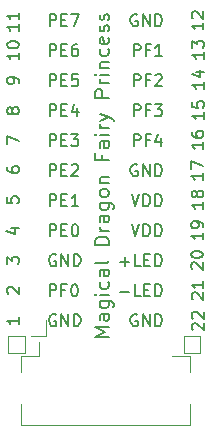
<source format=gbr>
%TF.GenerationSoftware,KiCad,Pcbnew,(5.1.7)-1*%
%TF.CreationDate,2021-02-13T22:19:47+01:00*%
%TF.ProjectId,breakout_longlcd,62726561-6b6f-4757-945f-6c6f6e676c63,rev?*%
%TF.SameCoordinates,Original*%
%TF.FileFunction,Legend,Top*%
%TF.FilePolarity,Positive*%
%FSLAX46Y46*%
G04 Gerber Fmt 4.6, Leading zero omitted, Abs format (unit mm)*
G04 Created by KiCad (PCBNEW (5.1.7)-1) date 2021-02-13 22:19:47*
%MOMM*%
%LPD*%
G01*
G04 APERTURE LIST*
%ADD10C,0.200000*%
%ADD11C,0.150000*%
%ADD12C,0.120000*%
G04 APERTURE END LIST*
D10*
X148061419Y-106425904D02*
X148013800Y-106378285D01*
X147966180Y-106283047D01*
X147966180Y-106044952D01*
X148013800Y-105949714D01*
X148061419Y-105902095D01*
X148156657Y-105854476D01*
X148251895Y-105854476D01*
X148394752Y-105902095D01*
X148966180Y-106473523D01*
X148966180Y-105854476D01*
X148061419Y-105473523D02*
X148013800Y-105425904D01*
X147966180Y-105330666D01*
X147966180Y-105092571D01*
X148013800Y-104997333D01*
X148061419Y-104949714D01*
X148156657Y-104902095D01*
X148251895Y-104902095D01*
X148394752Y-104949714D01*
X148966180Y-105521142D01*
X148966180Y-104902095D01*
X148036019Y-103835104D02*
X147988400Y-103787485D01*
X147940780Y-103692247D01*
X147940780Y-103454152D01*
X147988400Y-103358914D01*
X148036019Y-103311295D01*
X148131257Y-103263676D01*
X148226495Y-103263676D01*
X148369352Y-103311295D01*
X148940780Y-103882723D01*
X148940780Y-103263676D01*
X148940780Y-102311295D02*
X148940780Y-102882723D01*
X148940780Y-102597009D02*
X147940780Y-102597009D01*
X148083638Y-102692247D01*
X148178876Y-102787485D01*
X148226495Y-102882723D01*
X147985219Y-101295104D02*
X147937600Y-101247485D01*
X147889980Y-101152247D01*
X147889980Y-100914152D01*
X147937600Y-100818914D01*
X147985219Y-100771295D01*
X148080457Y-100723676D01*
X148175695Y-100723676D01*
X148318552Y-100771295D01*
X148889980Y-101342723D01*
X148889980Y-100723676D01*
X147889980Y-100104628D02*
X147889980Y-100009390D01*
X147937600Y-99914152D01*
X147985219Y-99866533D01*
X148080457Y-99818914D01*
X148270933Y-99771295D01*
X148509028Y-99771295D01*
X148699504Y-99818914D01*
X148794742Y-99866533D01*
X148842361Y-99914152D01*
X148889980Y-100009390D01*
X148889980Y-100104628D01*
X148842361Y-100199866D01*
X148794742Y-100247485D01*
X148699504Y-100295104D01*
X148509028Y-100342723D01*
X148270933Y-100342723D01*
X148080457Y-100295104D01*
X147985219Y-100247485D01*
X147937600Y-100199866D01*
X147889980Y-100104628D01*
X148915380Y-98209076D02*
X148915380Y-98780504D01*
X148915380Y-98494790D02*
X147915380Y-98494790D01*
X148058238Y-98590028D01*
X148153476Y-98685266D01*
X148201095Y-98780504D01*
X148915380Y-97732885D02*
X148915380Y-97542409D01*
X148867761Y-97447171D01*
X148820142Y-97399552D01*
X148677285Y-97304314D01*
X148486809Y-97256695D01*
X148105857Y-97256695D01*
X148010619Y-97304314D01*
X147963000Y-97351933D01*
X147915380Y-97447171D01*
X147915380Y-97637647D01*
X147963000Y-97732885D01*
X148010619Y-97780504D01*
X148105857Y-97828123D01*
X148343952Y-97828123D01*
X148439190Y-97780504D01*
X148486809Y-97732885D01*
X148534428Y-97637647D01*
X148534428Y-97447171D01*
X148486809Y-97351933D01*
X148439190Y-97304314D01*
X148343952Y-97256695D01*
X148940780Y-95592876D02*
X148940780Y-96164304D01*
X148940780Y-95878590D02*
X147940780Y-95878590D01*
X148083638Y-95973828D01*
X148178876Y-96069066D01*
X148226495Y-96164304D01*
X148369352Y-95021447D02*
X148321733Y-95116685D01*
X148274114Y-95164304D01*
X148178876Y-95211923D01*
X148131257Y-95211923D01*
X148036019Y-95164304D01*
X147988400Y-95116685D01*
X147940780Y-95021447D01*
X147940780Y-94830971D01*
X147988400Y-94735733D01*
X148036019Y-94688114D01*
X148131257Y-94640495D01*
X148178876Y-94640495D01*
X148274114Y-94688114D01*
X148321733Y-94735733D01*
X148369352Y-94830971D01*
X148369352Y-95021447D01*
X148416971Y-95116685D01*
X148464590Y-95164304D01*
X148559828Y-95211923D01*
X148750304Y-95211923D01*
X148845542Y-95164304D01*
X148893161Y-95116685D01*
X148940780Y-95021447D01*
X148940780Y-94830971D01*
X148893161Y-94735733D01*
X148845542Y-94688114D01*
X148750304Y-94640495D01*
X148559828Y-94640495D01*
X148464590Y-94688114D01*
X148416971Y-94735733D01*
X148369352Y-94830971D01*
X148915380Y-93154476D02*
X148915380Y-93725904D01*
X148915380Y-93440190D02*
X147915380Y-93440190D01*
X148058238Y-93535428D01*
X148153476Y-93630666D01*
X148201095Y-93725904D01*
X147915380Y-92821142D02*
X147915380Y-92154476D01*
X148915380Y-92583047D01*
X148940780Y-90538276D02*
X148940780Y-91109704D01*
X148940780Y-90823990D02*
X147940780Y-90823990D01*
X148083638Y-90919228D01*
X148178876Y-91014466D01*
X148226495Y-91109704D01*
X147940780Y-89681133D02*
X147940780Y-89871609D01*
X147988400Y-89966847D01*
X148036019Y-90014466D01*
X148178876Y-90109704D01*
X148369352Y-90157323D01*
X148750304Y-90157323D01*
X148845542Y-90109704D01*
X148893161Y-90062085D01*
X148940780Y-89966847D01*
X148940780Y-89776371D01*
X148893161Y-89681133D01*
X148845542Y-89633514D01*
X148750304Y-89585895D01*
X148512209Y-89585895D01*
X148416971Y-89633514D01*
X148369352Y-89681133D01*
X148321733Y-89776371D01*
X148321733Y-89966847D01*
X148369352Y-90062085D01*
X148416971Y-90109704D01*
X148512209Y-90157323D01*
X148991580Y-85432876D02*
X148991580Y-86004304D01*
X148991580Y-85718590D02*
X147991580Y-85718590D01*
X148134438Y-85813828D01*
X148229676Y-85909066D01*
X148277295Y-86004304D01*
X148324914Y-84575733D02*
X148991580Y-84575733D01*
X147943961Y-84813828D02*
X148658247Y-85051923D01*
X148658247Y-84432876D01*
X148991580Y-88023676D02*
X148991580Y-88595104D01*
X148991580Y-88309390D02*
X147991580Y-88309390D01*
X148134438Y-88404628D01*
X148229676Y-88499866D01*
X148277295Y-88595104D01*
X147991580Y-87118914D02*
X147991580Y-87595104D01*
X148467771Y-87642723D01*
X148420152Y-87595104D01*
X148372533Y-87499866D01*
X148372533Y-87261771D01*
X148420152Y-87166533D01*
X148467771Y-87118914D01*
X148563009Y-87071295D01*
X148801104Y-87071295D01*
X148896342Y-87118914D01*
X148943961Y-87166533D01*
X148991580Y-87261771D01*
X148991580Y-87499866D01*
X148943961Y-87595104D01*
X148896342Y-87642723D01*
X148991580Y-82892876D02*
X148991580Y-83464304D01*
X148991580Y-83178590D02*
X147991580Y-83178590D01*
X148134438Y-83273828D01*
X148229676Y-83369066D01*
X148277295Y-83464304D01*
X147991580Y-82559542D02*
X147991580Y-81940495D01*
X148372533Y-82273828D01*
X148372533Y-82130971D01*
X148420152Y-82035733D01*
X148467771Y-81988114D01*
X148563009Y-81940495D01*
X148801104Y-81940495D01*
X148896342Y-81988114D01*
X148943961Y-82035733D01*
X148991580Y-82130971D01*
X148991580Y-82416685D01*
X148943961Y-82511923D01*
X148896342Y-82559542D01*
X148940780Y-80429076D02*
X148940780Y-81000504D01*
X148940780Y-80714790D02*
X147940780Y-80714790D01*
X148083638Y-80810028D01*
X148178876Y-80905266D01*
X148226495Y-81000504D01*
X148036019Y-80048123D02*
X147988400Y-80000504D01*
X147940780Y-79905266D01*
X147940780Y-79667171D01*
X147988400Y-79571933D01*
X148036019Y-79524314D01*
X148131257Y-79476695D01*
X148226495Y-79476695D01*
X148369352Y-79524314D01*
X148940780Y-80095742D01*
X148940780Y-79476695D01*
X133319780Y-80530676D02*
X133319780Y-81102104D01*
X133319780Y-80816390D02*
X132319780Y-80816390D01*
X132462638Y-80911628D01*
X132557876Y-81006866D01*
X132605495Y-81102104D01*
X133319780Y-79578295D02*
X133319780Y-80149723D01*
X133319780Y-79864009D02*
X132319780Y-79864009D01*
X132462638Y-79959247D01*
X132557876Y-80054485D01*
X132605495Y-80149723D01*
X133319780Y-82969076D02*
X133319780Y-83540504D01*
X133319780Y-83254790D02*
X132319780Y-83254790D01*
X132462638Y-83350028D01*
X132557876Y-83445266D01*
X132605495Y-83540504D01*
X132319780Y-82350028D02*
X132319780Y-82254790D01*
X132367400Y-82159552D01*
X132415019Y-82111933D01*
X132510257Y-82064314D01*
X132700733Y-82016695D01*
X132938828Y-82016695D01*
X133129304Y-82064314D01*
X133224542Y-82111933D01*
X133272161Y-82159552D01*
X133319780Y-82254790D01*
X133319780Y-82350028D01*
X133272161Y-82445266D01*
X133224542Y-82492885D01*
X133129304Y-82540504D01*
X132938828Y-82588123D01*
X132700733Y-82588123D01*
X132510257Y-82540504D01*
X132415019Y-82492885D01*
X132367400Y-82445266D01*
X132319780Y-82350028D01*
X133319780Y-85509076D02*
X133319780Y-85318600D01*
X133272161Y-85223361D01*
X133224542Y-85175742D01*
X133081685Y-85080504D01*
X132891209Y-85032885D01*
X132510257Y-85032885D01*
X132415019Y-85080504D01*
X132367400Y-85128123D01*
X132319780Y-85223361D01*
X132319780Y-85413838D01*
X132367400Y-85509076D01*
X132415019Y-85556695D01*
X132510257Y-85604314D01*
X132748352Y-85604314D01*
X132843590Y-85556695D01*
X132891209Y-85509076D01*
X132938828Y-85413838D01*
X132938828Y-85223361D01*
X132891209Y-85128123D01*
X132843590Y-85080504D01*
X132748352Y-85032885D01*
X132748352Y-87979238D02*
X132700733Y-88074476D01*
X132653114Y-88122095D01*
X132557876Y-88169714D01*
X132510257Y-88169714D01*
X132415019Y-88122095D01*
X132367400Y-88074476D01*
X132319780Y-87979238D01*
X132319780Y-87788761D01*
X132367400Y-87693523D01*
X132415019Y-87645904D01*
X132510257Y-87598285D01*
X132557876Y-87598285D01*
X132653114Y-87645904D01*
X132700733Y-87693523D01*
X132748352Y-87788761D01*
X132748352Y-87979238D01*
X132795971Y-88074476D01*
X132843590Y-88122095D01*
X132938828Y-88169714D01*
X133129304Y-88169714D01*
X133224542Y-88122095D01*
X133272161Y-88074476D01*
X133319780Y-87979238D01*
X133319780Y-87788761D01*
X133272161Y-87693523D01*
X133224542Y-87645904D01*
X133129304Y-87598285D01*
X132938828Y-87598285D01*
X132843590Y-87645904D01*
X132795971Y-87693523D01*
X132748352Y-87788761D01*
X132319780Y-90681133D02*
X132319780Y-90014466D01*
X133319780Y-90443038D01*
X132319780Y-92671923D02*
X132319780Y-92862400D01*
X132367400Y-92957638D01*
X132415019Y-93005257D01*
X132557876Y-93100495D01*
X132748352Y-93148114D01*
X133129304Y-93148114D01*
X133224542Y-93100495D01*
X133272161Y-93052876D01*
X133319780Y-92957638D01*
X133319780Y-92767161D01*
X133272161Y-92671923D01*
X133224542Y-92624304D01*
X133129304Y-92576685D01*
X132891209Y-92576685D01*
X132795971Y-92624304D01*
X132748352Y-92671923D01*
X132700733Y-92767161D01*
X132700733Y-92957638D01*
X132748352Y-93052876D01*
X132795971Y-93100495D01*
X132891209Y-93148114D01*
X132294380Y-95189704D02*
X132294380Y-95665895D01*
X132770571Y-95713514D01*
X132722952Y-95665895D01*
X132675333Y-95570657D01*
X132675333Y-95332561D01*
X132722952Y-95237323D01*
X132770571Y-95189704D01*
X132865809Y-95142085D01*
X133103904Y-95142085D01*
X133199142Y-95189704D01*
X133246761Y-95237323D01*
X133294380Y-95332561D01*
X133294380Y-95570657D01*
X133246761Y-95665895D01*
X133199142Y-95713514D01*
X132627714Y-97828123D02*
X133294380Y-97828123D01*
X132246761Y-98066219D02*
X132961047Y-98304314D01*
X132961047Y-97685266D01*
X132319780Y-100866533D02*
X132319780Y-100247485D01*
X132700733Y-100580819D01*
X132700733Y-100437961D01*
X132748352Y-100342723D01*
X132795971Y-100295104D01*
X132891209Y-100247485D01*
X133129304Y-100247485D01*
X133224542Y-100295104D01*
X133272161Y-100342723D01*
X133319780Y-100437961D01*
X133319780Y-100723676D01*
X133272161Y-100818914D01*
X133224542Y-100866533D01*
X132415019Y-103358914D02*
X132367400Y-103311295D01*
X132319780Y-103216057D01*
X132319780Y-102977961D01*
X132367400Y-102882723D01*
X132415019Y-102835104D01*
X132510257Y-102787485D01*
X132605495Y-102787485D01*
X132748352Y-102835104D01*
X133319780Y-103406533D01*
X133319780Y-102787485D01*
X133319780Y-105378285D02*
X133319780Y-105949714D01*
X133319780Y-105664000D02*
X132319780Y-105664000D01*
X132462638Y-105759238D01*
X132557876Y-105854476D01*
X132605495Y-105949714D01*
D11*
X140954057Y-106998971D02*
X139754057Y-106998971D01*
X140611200Y-106598971D01*
X139754057Y-106198971D01*
X140954057Y-106198971D01*
X140954057Y-105113257D02*
X140325485Y-105113257D01*
X140211200Y-105170400D01*
X140154057Y-105284685D01*
X140154057Y-105513257D01*
X140211200Y-105627542D01*
X140896914Y-105113257D02*
X140954057Y-105227542D01*
X140954057Y-105513257D01*
X140896914Y-105627542D01*
X140782628Y-105684685D01*
X140668342Y-105684685D01*
X140554057Y-105627542D01*
X140496914Y-105513257D01*
X140496914Y-105227542D01*
X140439771Y-105113257D01*
X140154057Y-104027542D02*
X141125485Y-104027542D01*
X141239771Y-104084685D01*
X141296914Y-104141828D01*
X141354057Y-104256114D01*
X141354057Y-104427542D01*
X141296914Y-104541828D01*
X140896914Y-104027542D02*
X140954057Y-104141828D01*
X140954057Y-104370400D01*
X140896914Y-104484685D01*
X140839771Y-104541828D01*
X140725485Y-104598971D01*
X140382628Y-104598971D01*
X140268342Y-104541828D01*
X140211200Y-104484685D01*
X140154057Y-104370400D01*
X140154057Y-104141828D01*
X140211200Y-104027542D01*
X140954057Y-103456114D02*
X140154057Y-103456114D01*
X139754057Y-103456114D02*
X139811200Y-103513257D01*
X139868342Y-103456114D01*
X139811200Y-103398971D01*
X139754057Y-103456114D01*
X139868342Y-103456114D01*
X140896914Y-102370400D02*
X140954057Y-102484685D01*
X140954057Y-102713257D01*
X140896914Y-102827542D01*
X140839771Y-102884685D01*
X140725485Y-102941828D01*
X140382628Y-102941828D01*
X140268342Y-102884685D01*
X140211200Y-102827542D01*
X140154057Y-102713257D01*
X140154057Y-102484685D01*
X140211200Y-102370400D01*
X140954057Y-101341828D02*
X140325485Y-101341828D01*
X140211200Y-101398971D01*
X140154057Y-101513257D01*
X140154057Y-101741828D01*
X140211200Y-101856114D01*
X140896914Y-101341828D02*
X140954057Y-101456114D01*
X140954057Y-101741828D01*
X140896914Y-101856114D01*
X140782628Y-101913257D01*
X140668342Y-101913257D01*
X140554057Y-101856114D01*
X140496914Y-101741828D01*
X140496914Y-101456114D01*
X140439771Y-101341828D01*
X140954057Y-100598971D02*
X140896914Y-100713257D01*
X140782628Y-100770400D01*
X139754057Y-100770400D01*
X140954057Y-99227542D02*
X139754057Y-99227542D01*
X139754057Y-98941828D01*
X139811200Y-98770400D01*
X139925485Y-98656114D01*
X140039771Y-98598971D01*
X140268342Y-98541828D01*
X140439771Y-98541828D01*
X140668342Y-98598971D01*
X140782628Y-98656114D01*
X140896914Y-98770400D01*
X140954057Y-98941828D01*
X140954057Y-99227542D01*
X140954057Y-98027542D02*
X140154057Y-98027542D01*
X140382628Y-98027542D02*
X140268342Y-97970400D01*
X140211200Y-97913257D01*
X140154057Y-97798971D01*
X140154057Y-97684685D01*
X140954057Y-96770400D02*
X140325485Y-96770400D01*
X140211200Y-96827542D01*
X140154057Y-96941828D01*
X140154057Y-97170400D01*
X140211200Y-97284685D01*
X140896914Y-96770400D02*
X140954057Y-96884685D01*
X140954057Y-97170400D01*
X140896914Y-97284685D01*
X140782628Y-97341828D01*
X140668342Y-97341828D01*
X140554057Y-97284685D01*
X140496914Y-97170400D01*
X140496914Y-96884685D01*
X140439771Y-96770400D01*
X140154057Y-95684685D02*
X141125485Y-95684685D01*
X141239771Y-95741828D01*
X141296914Y-95798971D01*
X141354057Y-95913257D01*
X141354057Y-96084685D01*
X141296914Y-96198971D01*
X140896914Y-95684685D02*
X140954057Y-95798971D01*
X140954057Y-96027542D01*
X140896914Y-96141828D01*
X140839771Y-96198971D01*
X140725485Y-96256114D01*
X140382628Y-96256114D01*
X140268342Y-96198971D01*
X140211200Y-96141828D01*
X140154057Y-96027542D01*
X140154057Y-95798971D01*
X140211200Y-95684685D01*
X140954057Y-94941828D02*
X140896914Y-95056114D01*
X140839771Y-95113257D01*
X140725485Y-95170400D01*
X140382628Y-95170400D01*
X140268342Y-95113257D01*
X140211200Y-95056114D01*
X140154057Y-94941828D01*
X140154057Y-94770400D01*
X140211200Y-94656114D01*
X140268342Y-94598971D01*
X140382628Y-94541828D01*
X140725485Y-94541828D01*
X140839771Y-94598971D01*
X140896914Y-94656114D01*
X140954057Y-94770400D01*
X140954057Y-94941828D01*
X140154057Y-94027542D02*
X140954057Y-94027542D01*
X140268342Y-94027542D02*
X140211200Y-93970400D01*
X140154057Y-93856114D01*
X140154057Y-93684685D01*
X140211200Y-93570400D01*
X140325485Y-93513257D01*
X140954057Y-93513257D01*
X140325485Y-91627542D02*
X140325485Y-92027542D01*
X140954057Y-92027542D02*
X139754057Y-92027542D01*
X139754057Y-91456114D01*
X140954057Y-90484685D02*
X140325485Y-90484685D01*
X140211200Y-90541828D01*
X140154057Y-90656114D01*
X140154057Y-90884685D01*
X140211200Y-90998971D01*
X140896914Y-90484685D02*
X140954057Y-90598971D01*
X140954057Y-90884685D01*
X140896914Y-90998971D01*
X140782628Y-91056114D01*
X140668342Y-91056114D01*
X140554057Y-90998971D01*
X140496914Y-90884685D01*
X140496914Y-90598971D01*
X140439771Y-90484685D01*
X140954057Y-89913257D02*
X140154057Y-89913257D01*
X139754057Y-89913257D02*
X139811200Y-89970400D01*
X139868342Y-89913257D01*
X139811200Y-89856114D01*
X139754057Y-89913257D01*
X139868342Y-89913257D01*
X140954057Y-89341828D02*
X140154057Y-89341828D01*
X140382628Y-89341828D02*
X140268342Y-89284685D01*
X140211200Y-89227542D01*
X140154057Y-89113257D01*
X140154057Y-88998971D01*
X140154057Y-88713257D02*
X140954057Y-88427542D01*
X140154057Y-88141828D02*
X140954057Y-88427542D01*
X141239771Y-88541828D01*
X141296914Y-88598971D01*
X141354057Y-88713257D01*
X140954057Y-86770400D02*
X139754057Y-86770400D01*
X139754057Y-86313257D01*
X139811200Y-86198971D01*
X139868342Y-86141828D01*
X139982628Y-86084685D01*
X140154057Y-86084685D01*
X140268342Y-86141828D01*
X140325485Y-86198971D01*
X140382628Y-86313257D01*
X140382628Y-86770400D01*
X140954057Y-85570400D02*
X140154057Y-85570400D01*
X140382628Y-85570400D02*
X140268342Y-85513257D01*
X140211200Y-85456114D01*
X140154057Y-85341828D01*
X140154057Y-85227542D01*
X140954057Y-84827542D02*
X140154057Y-84827542D01*
X139754057Y-84827542D02*
X139811200Y-84884685D01*
X139868342Y-84827542D01*
X139811200Y-84770400D01*
X139754057Y-84827542D01*
X139868342Y-84827542D01*
X140154057Y-84256114D02*
X140954057Y-84256114D01*
X140268342Y-84256114D02*
X140211200Y-84198971D01*
X140154057Y-84084685D01*
X140154057Y-83913257D01*
X140211200Y-83798971D01*
X140325485Y-83741828D01*
X140954057Y-83741828D01*
X140896914Y-82656114D02*
X140954057Y-82770400D01*
X140954057Y-82998971D01*
X140896914Y-83113257D01*
X140839771Y-83170400D01*
X140725485Y-83227542D01*
X140382628Y-83227542D01*
X140268342Y-83170400D01*
X140211200Y-83113257D01*
X140154057Y-82998971D01*
X140154057Y-82770400D01*
X140211200Y-82656114D01*
X140896914Y-81684685D02*
X140954057Y-81798971D01*
X140954057Y-82027542D01*
X140896914Y-82141828D01*
X140782628Y-82198971D01*
X140325485Y-82198971D01*
X140211200Y-82141828D01*
X140154057Y-82027542D01*
X140154057Y-81798971D01*
X140211200Y-81684685D01*
X140325485Y-81627542D01*
X140439771Y-81627542D01*
X140554057Y-82198971D01*
X140896914Y-81170400D02*
X140954057Y-81056114D01*
X140954057Y-80827542D01*
X140896914Y-80713257D01*
X140782628Y-80656114D01*
X140725485Y-80656114D01*
X140611200Y-80713257D01*
X140554057Y-80827542D01*
X140554057Y-80998971D01*
X140496914Y-81113257D01*
X140382628Y-81170400D01*
X140325485Y-81170400D01*
X140211200Y-81113257D01*
X140154057Y-80998971D01*
X140154057Y-80827542D01*
X140211200Y-80713257D01*
X140896914Y-80198971D02*
X140954057Y-80084685D01*
X140954057Y-79856114D01*
X140896914Y-79741828D01*
X140782628Y-79684685D01*
X140725485Y-79684685D01*
X140611200Y-79741828D01*
X140554057Y-79856114D01*
X140554057Y-80027542D01*
X140496914Y-80141828D01*
X140382628Y-80198971D01*
X140325485Y-80198971D01*
X140211200Y-80141828D01*
X140154057Y-80027542D01*
X140154057Y-79856114D01*
X140211200Y-79741828D01*
X143336585Y-105164000D02*
X143241347Y-105116380D01*
X143098490Y-105116380D01*
X142955633Y-105164000D01*
X142860395Y-105259238D01*
X142812776Y-105354476D01*
X142765157Y-105544952D01*
X142765157Y-105687809D01*
X142812776Y-105878285D01*
X142860395Y-105973523D01*
X142955633Y-106068761D01*
X143098490Y-106116380D01*
X143193728Y-106116380D01*
X143336585Y-106068761D01*
X143384204Y-106021142D01*
X143384204Y-105687809D01*
X143193728Y-105687809D01*
X143812776Y-106116380D02*
X143812776Y-105116380D01*
X144384204Y-106116380D01*
X144384204Y-105116380D01*
X144860395Y-106116380D02*
X144860395Y-105116380D01*
X145098490Y-105116380D01*
X145241347Y-105164000D01*
X145336585Y-105259238D01*
X145384204Y-105354476D01*
X145431823Y-105544952D01*
X145431823Y-105687809D01*
X145384204Y-105878285D01*
X145336585Y-105973523D01*
X145241347Y-106068761D01*
X145098490Y-106116380D01*
X144860395Y-106116380D01*
X141908014Y-103195428D02*
X142669919Y-103195428D01*
X143622300Y-103576380D02*
X143146109Y-103576380D01*
X143146109Y-102576380D01*
X143955633Y-103052571D02*
X144288966Y-103052571D01*
X144431823Y-103576380D02*
X143955633Y-103576380D01*
X143955633Y-102576380D01*
X144431823Y-102576380D01*
X144860395Y-103576380D02*
X144860395Y-102576380D01*
X145098490Y-102576380D01*
X145241347Y-102624000D01*
X145336585Y-102719238D01*
X145384204Y-102814476D01*
X145431823Y-103004952D01*
X145431823Y-103147809D01*
X145384204Y-103338285D01*
X145336585Y-103433523D01*
X145241347Y-103528761D01*
X145098490Y-103576380D01*
X144860395Y-103576380D01*
X141908014Y-100655428D02*
X142669919Y-100655428D01*
X142288966Y-101036380D02*
X142288966Y-100274476D01*
X143622300Y-101036380D02*
X143146109Y-101036380D01*
X143146109Y-100036380D01*
X143955633Y-100512571D02*
X144288966Y-100512571D01*
X144431823Y-101036380D02*
X143955633Y-101036380D01*
X143955633Y-100036380D01*
X144431823Y-100036380D01*
X144860395Y-101036380D02*
X144860395Y-100036380D01*
X145098490Y-100036380D01*
X145241347Y-100084000D01*
X145336585Y-100179238D01*
X145384204Y-100274476D01*
X145431823Y-100464952D01*
X145431823Y-100607809D01*
X145384204Y-100798285D01*
X145336585Y-100893523D01*
X145241347Y-100988761D01*
X145098490Y-101036380D01*
X144860395Y-101036380D01*
X142860395Y-97496380D02*
X143193728Y-98496380D01*
X143527061Y-97496380D01*
X143860395Y-98496380D02*
X143860395Y-97496380D01*
X144098490Y-97496380D01*
X144241347Y-97544000D01*
X144336585Y-97639238D01*
X144384204Y-97734476D01*
X144431823Y-97924952D01*
X144431823Y-98067809D01*
X144384204Y-98258285D01*
X144336585Y-98353523D01*
X144241347Y-98448761D01*
X144098490Y-98496380D01*
X143860395Y-98496380D01*
X144860395Y-98496380D02*
X144860395Y-97496380D01*
X145098490Y-97496380D01*
X145241347Y-97544000D01*
X145336585Y-97639238D01*
X145384204Y-97734476D01*
X145431823Y-97924952D01*
X145431823Y-98067809D01*
X145384204Y-98258285D01*
X145336585Y-98353523D01*
X145241347Y-98448761D01*
X145098490Y-98496380D01*
X144860395Y-98496380D01*
X142860395Y-94956380D02*
X143193728Y-95956380D01*
X143527061Y-94956380D01*
X143860395Y-95956380D02*
X143860395Y-94956380D01*
X144098490Y-94956380D01*
X144241347Y-95004000D01*
X144336585Y-95099238D01*
X144384204Y-95194476D01*
X144431823Y-95384952D01*
X144431823Y-95527809D01*
X144384204Y-95718285D01*
X144336585Y-95813523D01*
X144241347Y-95908761D01*
X144098490Y-95956380D01*
X143860395Y-95956380D01*
X144860395Y-95956380D02*
X144860395Y-94956380D01*
X145098490Y-94956380D01*
X145241347Y-95004000D01*
X145336585Y-95099238D01*
X145384204Y-95194476D01*
X145431823Y-95384952D01*
X145431823Y-95527809D01*
X145384204Y-95718285D01*
X145336585Y-95813523D01*
X145241347Y-95908761D01*
X145098490Y-95956380D01*
X144860395Y-95956380D01*
X143336585Y-92464000D02*
X143241347Y-92416380D01*
X143098490Y-92416380D01*
X142955633Y-92464000D01*
X142860395Y-92559238D01*
X142812776Y-92654476D01*
X142765157Y-92844952D01*
X142765157Y-92987809D01*
X142812776Y-93178285D01*
X142860395Y-93273523D01*
X142955633Y-93368761D01*
X143098490Y-93416380D01*
X143193728Y-93416380D01*
X143336585Y-93368761D01*
X143384204Y-93321142D01*
X143384204Y-92987809D01*
X143193728Y-92987809D01*
X143812776Y-93416380D02*
X143812776Y-92416380D01*
X144384204Y-93416380D01*
X144384204Y-92416380D01*
X144860395Y-93416380D02*
X144860395Y-92416380D01*
X145098490Y-92416380D01*
X145241347Y-92464000D01*
X145336585Y-92559238D01*
X145384204Y-92654476D01*
X145431823Y-92844952D01*
X145431823Y-92987809D01*
X145384204Y-93178285D01*
X145336585Y-93273523D01*
X145241347Y-93368761D01*
X145098490Y-93416380D01*
X144860395Y-93416380D01*
X143050871Y-90876380D02*
X143050871Y-89876380D01*
X143431823Y-89876380D01*
X143527061Y-89924000D01*
X143574680Y-89971619D01*
X143622300Y-90066857D01*
X143622300Y-90209714D01*
X143574680Y-90304952D01*
X143527061Y-90352571D01*
X143431823Y-90400190D01*
X143050871Y-90400190D01*
X144384204Y-90352571D02*
X144050871Y-90352571D01*
X144050871Y-90876380D02*
X144050871Y-89876380D01*
X144527061Y-89876380D01*
X145336585Y-90209714D02*
X145336585Y-90876380D01*
X145098490Y-89828761D02*
X144860395Y-90543047D01*
X145479442Y-90543047D01*
X143050871Y-88336380D02*
X143050871Y-87336380D01*
X143431823Y-87336380D01*
X143527061Y-87384000D01*
X143574680Y-87431619D01*
X143622300Y-87526857D01*
X143622300Y-87669714D01*
X143574680Y-87764952D01*
X143527061Y-87812571D01*
X143431823Y-87860190D01*
X143050871Y-87860190D01*
X144384204Y-87812571D02*
X144050871Y-87812571D01*
X144050871Y-88336380D02*
X144050871Y-87336380D01*
X144527061Y-87336380D01*
X144812776Y-87336380D02*
X145431823Y-87336380D01*
X145098490Y-87717333D01*
X145241347Y-87717333D01*
X145336585Y-87764952D01*
X145384204Y-87812571D01*
X145431823Y-87907809D01*
X145431823Y-88145904D01*
X145384204Y-88241142D01*
X145336585Y-88288761D01*
X145241347Y-88336380D01*
X144955633Y-88336380D01*
X144860395Y-88288761D01*
X144812776Y-88241142D01*
X143050871Y-85796380D02*
X143050871Y-84796380D01*
X143431823Y-84796380D01*
X143527061Y-84844000D01*
X143574680Y-84891619D01*
X143622300Y-84986857D01*
X143622300Y-85129714D01*
X143574680Y-85224952D01*
X143527061Y-85272571D01*
X143431823Y-85320190D01*
X143050871Y-85320190D01*
X144384204Y-85272571D02*
X144050871Y-85272571D01*
X144050871Y-85796380D02*
X144050871Y-84796380D01*
X144527061Y-84796380D01*
X144860395Y-84891619D02*
X144908014Y-84844000D01*
X145003252Y-84796380D01*
X145241347Y-84796380D01*
X145336585Y-84844000D01*
X145384204Y-84891619D01*
X145431823Y-84986857D01*
X145431823Y-85082095D01*
X145384204Y-85224952D01*
X144812776Y-85796380D01*
X145431823Y-85796380D01*
X143050871Y-83256380D02*
X143050871Y-82256380D01*
X143431823Y-82256380D01*
X143527061Y-82304000D01*
X143574680Y-82351619D01*
X143622300Y-82446857D01*
X143622300Y-82589714D01*
X143574680Y-82684952D01*
X143527061Y-82732571D01*
X143431823Y-82780190D01*
X143050871Y-82780190D01*
X144384204Y-82732571D02*
X144050871Y-82732571D01*
X144050871Y-83256380D02*
X144050871Y-82256380D01*
X144527061Y-82256380D01*
X145431823Y-83256380D02*
X144860395Y-83256380D01*
X145146109Y-83256380D02*
X145146109Y-82256380D01*
X145050871Y-82399238D01*
X144955633Y-82494476D01*
X144860395Y-82542095D01*
X143336585Y-79764000D02*
X143241347Y-79716380D01*
X143098490Y-79716380D01*
X142955633Y-79764000D01*
X142860395Y-79859238D01*
X142812776Y-79954476D01*
X142765157Y-80144952D01*
X142765157Y-80287809D01*
X142812776Y-80478285D01*
X142860395Y-80573523D01*
X142955633Y-80668761D01*
X143098490Y-80716380D01*
X143193728Y-80716380D01*
X143336585Y-80668761D01*
X143384204Y-80621142D01*
X143384204Y-80287809D01*
X143193728Y-80287809D01*
X143812776Y-80716380D02*
X143812776Y-79716380D01*
X144384204Y-80716380D01*
X144384204Y-79716380D01*
X144860395Y-80716380D02*
X144860395Y-79716380D01*
X145098490Y-79716380D01*
X145241347Y-79764000D01*
X145336585Y-79859238D01*
X145384204Y-79954476D01*
X145431823Y-80144952D01*
X145431823Y-80287809D01*
X145384204Y-80478285D01*
X145336585Y-80573523D01*
X145241347Y-80668761D01*
X145098490Y-80716380D01*
X144860395Y-80716380D01*
X135920795Y-80716380D02*
X135920795Y-79716380D01*
X136301747Y-79716380D01*
X136396985Y-79764000D01*
X136444604Y-79811619D01*
X136492223Y-79906857D01*
X136492223Y-80049714D01*
X136444604Y-80144952D01*
X136396985Y-80192571D01*
X136301747Y-80240190D01*
X135920795Y-80240190D01*
X136920795Y-80192571D02*
X137254128Y-80192571D01*
X137396985Y-80716380D02*
X136920795Y-80716380D01*
X136920795Y-79716380D01*
X137396985Y-79716380D01*
X137730319Y-79716380D02*
X138396985Y-79716380D01*
X137968414Y-80716380D01*
X135920795Y-83256380D02*
X135920795Y-82256380D01*
X136301747Y-82256380D01*
X136396985Y-82304000D01*
X136444604Y-82351619D01*
X136492223Y-82446857D01*
X136492223Y-82589714D01*
X136444604Y-82684952D01*
X136396985Y-82732571D01*
X136301747Y-82780190D01*
X135920795Y-82780190D01*
X136920795Y-82732571D02*
X137254128Y-82732571D01*
X137396985Y-83256380D02*
X136920795Y-83256380D01*
X136920795Y-82256380D01*
X137396985Y-82256380D01*
X138254128Y-82256380D02*
X138063652Y-82256380D01*
X137968414Y-82304000D01*
X137920795Y-82351619D01*
X137825557Y-82494476D01*
X137777938Y-82684952D01*
X137777938Y-83065904D01*
X137825557Y-83161142D01*
X137873176Y-83208761D01*
X137968414Y-83256380D01*
X138158890Y-83256380D01*
X138254128Y-83208761D01*
X138301747Y-83161142D01*
X138349366Y-83065904D01*
X138349366Y-82827809D01*
X138301747Y-82732571D01*
X138254128Y-82684952D01*
X138158890Y-82637333D01*
X137968414Y-82637333D01*
X137873176Y-82684952D01*
X137825557Y-82732571D01*
X137777938Y-82827809D01*
X135920795Y-85796380D02*
X135920795Y-84796380D01*
X136301747Y-84796380D01*
X136396985Y-84844000D01*
X136444604Y-84891619D01*
X136492223Y-84986857D01*
X136492223Y-85129714D01*
X136444604Y-85224952D01*
X136396985Y-85272571D01*
X136301747Y-85320190D01*
X135920795Y-85320190D01*
X136920795Y-85272571D02*
X137254128Y-85272571D01*
X137396985Y-85796380D02*
X136920795Y-85796380D01*
X136920795Y-84796380D01*
X137396985Y-84796380D01*
X138301747Y-84796380D02*
X137825557Y-84796380D01*
X137777938Y-85272571D01*
X137825557Y-85224952D01*
X137920795Y-85177333D01*
X138158890Y-85177333D01*
X138254128Y-85224952D01*
X138301747Y-85272571D01*
X138349366Y-85367809D01*
X138349366Y-85605904D01*
X138301747Y-85701142D01*
X138254128Y-85748761D01*
X138158890Y-85796380D01*
X137920795Y-85796380D01*
X137825557Y-85748761D01*
X137777938Y-85701142D01*
X135920795Y-88336380D02*
X135920795Y-87336380D01*
X136301747Y-87336380D01*
X136396985Y-87384000D01*
X136444604Y-87431619D01*
X136492223Y-87526857D01*
X136492223Y-87669714D01*
X136444604Y-87764952D01*
X136396985Y-87812571D01*
X136301747Y-87860190D01*
X135920795Y-87860190D01*
X136920795Y-87812571D02*
X137254128Y-87812571D01*
X137396985Y-88336380D02*
X136920795Y-88336380D01*
X136920795Y-87336380D01*
X137396985Y-87336380D01*
X138254128Y-87669714D02*
X138254128Y-88336380D01*
X138016033Y-87288761D02*
X137777938Y-88003047D01*
X138396985Y-88003047D01*
X135920795Y-90876380D02*
X135920795Y-89876380D01*
X136301747Y-89876380D01*
X136396985Y-89924000D01*
X136444604Y-89971619D01*
X136492223Y-90066857D01*
X136492223Y-90209714D01*
X136444604Y-90304952D01*
X136396985Y-90352571D01*
X136301747Y-90400190D01*
X135920795Y-90400190D01*
X136920795Y-90352571D02*
X137254128Y-90352571D01*
X137396985Y-90876380D02*
X136920795Y-90876380D01*
X136920795Y-89876380D01*
X137396985Y-89876380D01*
X137730319Y-89876380D02*
X138349366Y-89876380D01*
X138016033Y-90257333D01*
X138158890Y-90257333D01*
X138254128Y-90304952D01*
X138301747Y-90352571D01*
X138349366Y-90447809D01*
X138349366Y-90685904D01*
X138301747Y-90781142D01*
X138254128Y-90828761D01*
X138158890Y-90876380D01*
X137873176Y-90876380D01*
X137777938Y-90828761D01*
X137730319Y-90781142D01*
X135920795Y-93416380D02*
X135920795Y-92416380D01*
X136301747Y-92416380D01*
X136396985Y-92464000D01*
X136444604Y-92511619D01*
X136492223Y-92606857D01*
X136492223Y-92749714D01*
X136444604Y-92844952D01*
X136396985Y-92892571D01*
X136301747Y-92940190D01*
X135920795Y-92940190D01*
X136920795Y-92892571D02*
X137254128Y-92892571D01*
X137396985Y-93416380D02*
X136920795Y-93416380D01*
X136920795Y-92416380D01*
X137396985Y-92416380D01*
X137777938Y-92511619D02*
X137825557Y-92464000D01*
X137920795Y-92416380D01*
X138158890Y-92416380D01*
X138254128Y-92464000D01*
X138301747Y-92511619D01*
X138349366Y-92606857D01*
X138349366Y-92702095D01*
X138301747Y-92844952D01*
X137730319Y-93416380D01*
X138349366Y-93416380D01*
X135920795Y-95956380D02*
X135920795Y-94956380D01*
X136301747Y-94956380D01*
X136396985Y-95004000D01*
X136444604Y-95051619D01*
X136492223Y-95146857D01*
X136492223Y-95289714D01*
X136444604Y-95384952D01*
X136396985Y-95432571D01*
X136301747Y-95480190D01*
X135920795Y-95480190D01*
X136920795Y-95432571D02*
X137254128Y-95432571D01*
X137396985Y-95956380D02*
X136920795Y-95956380D01*
X136920795Y-94956380D01*
X137396985Y-94956380D01*
X138349366Y-95956380D02*
X137777938Y-95956380D01*
X138063652Y-95956380D02*
X138063652Y-94956380D01*
X137968414Y-95099238D01*
X137873176Y-95194476D01*
X137777938Y-95242095D01*
X135920795Y-98496380D02*
X135920795Y-97496380D01*
X136301747Y-97496380D01*
X136396985Y-97544000D01*
X136444604Y-97591619D01*
X136492223Y-97686857D01*
X136492223Y-97829714D01*
X136444604Y-97924952D01*
X136396985Y-97972571D01*
X136301747Y-98020190D01*
X135920795Y-98020190D01*
X136920795Y-97972571D02*
X137254128Y-97972571D01*
X137396985Y-98496380D02*
X136920795Y-98496380D01*
X136920795Y-97496380D01*
X137396985Y-97496380D01*
X138016033Y-97496380D02*
X138111271Y-97496380D01*
X138206509Y-97544000D01*
X138254128Y-97591619D01*
X138301747Y-97686857D01*
X138349366Y-97877333D01*
X138349366Y-98115428D01*
X138301747Y-98305904D01*
X138254128Y-98401142D01*
X138206509Y-98448761D01*
X138111271Y-98496380D01*
X138016033Y-98496380D01*
X137920795Y-98448761D01*
X137873176Y-98401142D01*
X137825557Y-98305904D01*
X137777938Y-98115428D01*
X137777938Y-97877333D01*
X137825557Y-97686857D01*
X137873176Y-97591619D01*
X137920795Y-97544000D01*
X138016033Y-97496380D01*
X136444604Y-100084000D02*
X136349366Y-100036380D01*
X136206509Y-100036380D01*
X136063652Y-100084000D01*
X135968414Y-100179238D01*
X135920795Y-100274476D01*
X135873176Y-100464952D01*
X135873176Y-100607809D01*
X135920795Y-100798285D01*
X135968414Y-100893523D01*
X136063652Y-100988761D01*
X136206509Y-101036380D01*
X136301747Y-101036380D01*
X136444604Y-100988761D01*
X136492223Y-100941142D01*
X136492223Y-100607809D01*
X136301747Y-100607809D01*
X136920795Y-101036380D02*
X136920795Y-100036380D01*
X137492223Y-101036380D01*
X137492223Y-100036380D01*
X137968414Y-101036380D02*
X137968414Y-100036380D01*
X138206509Y-100036380D01*
X138349366Y-100084000D01*
X138444604Y-100179238D01*
X138492223Y-100274476D01*
X138539842Y-100464952D01*
X138539842Y-100607809D01*
X138492223Y-100798285D01*
X138444604Y-100893523D01*
X138349366Y-100988761D01*
X138206509Y-101036380D01*
X137968414Y-101036380D01*
X135920795Y-103576380D02*
X135920795Y-102576380D01*
X136301747Y-102576380D01*
X136396985Y-102624000D01*
X136444604Y-102671619D01*
X136492223Y-102766857D01*
X136492223Y-102909714D01*
X136444604Y-103004952D01*
X136396985Y-103052571D01*
X136301747Y-103100190D01*
X135920795Y-103100190D01*
X137254128Y-103052571D02*
X136920795Y-103052571D01*
X136920795Y-103576380D02*
X136920795Y-102576380D01*
X137396985Y-102576380D01*
X137968414Y-102576380D02*
X138063652Y-102576380D01*
X138158890Y-102624000D01*
X138206509Y-102671619D01*
X138254128Y-102766857D01*
X138301747Y-102957333D01*
X138301747Y-103195428D01*
X138254128Y-103385904D01*
X138206509Y-103481142D01*
X138158890Y-103528761D01*
X138063652Y-103576380D01*
X137968414Y-103576380D01*
X137873176Y-103528761D01*
X137825557Y-103481142D01*
X137777938Y-103385904D01*
X137730319Y-103195428D01*
X137730319Y-102957333D01*
X137777938Y-102766857D01*
X137825557Y-102671619D01*
X137873176Y-102624000D01*
X137968414Y-102576380D01*
X136444604Y-105164000D02*
X136349366Y-105116380D01*
X136206509Y-105116380D01*
X136063652Y-105164000D01*
X135968414Y-105259238D01*
X135920795Y-105354476D01*
X135873176Y-105544952D01*
X135873176Y-105687809D01*
X135920795Y-105878285D01*
X135968414Y-105973523D01*
X136063652Y-106068761D01*
X136206509Y-106116380D01*
X136301747Y-106116380D01*
X136444604Y-106068761D01*
X136492223Y-106021142D01*
X136492223Y-105687809D01*
X136301747Y-105687809D01*
X136920795Y-106116380D02*
X136920795Y-105116380D01*
X137492223Y-106116380D01*
X137492223Y-105116380D01*
X137968414Y-106116380D02*
X137968414Y-105116380D01*
X138206509Y-105116380D01*
X138349366Y-105164000D01*
X138444604Y-105259238D01*
X138492223Y-105354476D01*
X138539842Y-105544952D01*
X138539842Y-105687809D01*
X138492223Y-105878285D01*
X138444604Y-105973523D01*
X138349366Y-106068761D01*
X138206509Y-106116380D01*
X137968414Y-106116380D01*
D12*
%TO.C,REF\u002A\u002A*%
X132421400Y-108396000D02*
X132421400Y-106996000D01*
X133821400Y-108396000D02*
X132421400Y-108396000D01*
X133821400Y-106996000D02*
X133821400Y-108396000D01*
X132421400Y-106996000D02*
X133821400Y-106996000D01*
X147280400Y-106996000D02*
X148680400Y-106996000D01*
X148680400Y-106996000D02*
X148680400Y-108396000D01*
X148680400Y-108396000D02*
X147280400Y-108396000D01*
X147280400Y-108396000D02*
X147280400Y-106996000D01*
%TO.C,J2*%
X135647740Y-106943200D02*
X134317740Y-106943200D01*
X135647740Y-105613200D02*
X135647740Y-106943200D01*
%TO.C,J1*%
X135005200Y-108682000D02*
X135005200Y-107482000D01*
X147815200Y-114482000D02*
X147815200Y-112742000D01*
X133515200Y-114482000D02*
X147815200Y-114482000D01*
X133515200Y-112742000D02*
X133515200Y-114482000D01*
X147815200Y-108682000D02*
X147815200Y-110022000D01*
X146325200Y-108682000D02*
X147815200Y-108682000D01*
X133515200Y-108682000D02*
X133515200Y-110022000D01*
X135005200Y-108682000D02*
X133515200Y-108682000D01*
%TD*%
M02*

</source>
